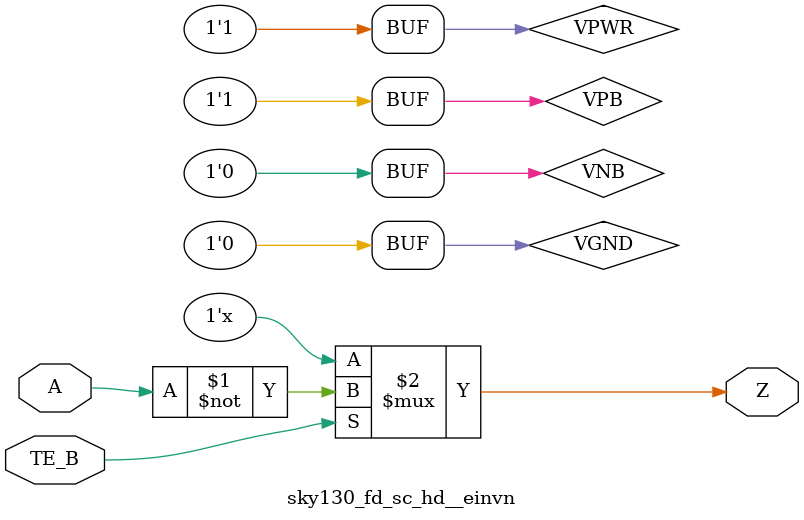
<source format=v>
/*
 * Copyright 2020 The SkyWater PDK Authors
 *
 * Licensed under the Apache License, Version 2.0 (the "License");
 * you may not use this file except in compliance with the License.
 * You may obtain a copy of the License at
 *
 *     https://www.apache.org/licenses/LICENSE-2.0
 *
 * Unless required by applicable law or agreed to in writing, software
 * distributed under the License is distributed on an "AS IS" BASIS,
 * WITHOUT WARRANTIES OR CONDITIONS OF ANY KIND, either express or implied.
 * See the License for the specific language governing permissions and
 * limitations under the License.
 *
 * SPDX-License-Identifier: Apache-2.0
*/


`ifndef SKY130_FD_SC_HD__EINVN_TIMING_V
`define SKY130_FD_SC_HD__EINVN_TIMING_V

/**
 * einvn: Tri-state inverter, negative enable.
 *
 * Verilog simulation timing model.
 */

`timescale 1ns / 1ps
`default_nettype none

`celldefine
module sky130_fd_sc_hd__einvn (
    Z   ,
    A   ,
    TE_B
);

    // Module ports
    output Z   ;
    input  A   ;
    input  TE_B;

    // Module supplies
    supply1 VPWR;
    supply0 VGND;
    supply1 VPB ;
    supply0 VNB ;

    //     Name     Output  Other arguments
    notif0 notif00 (Z     , A, TE_B        );

endmodule
`endcelldefine

`default_nettype wire
`endif  // SKY130_FD_SC_HD__EINVN_TIMING_V

</source>
